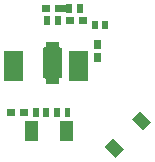
<source format=gbr>
G04 #@! TF.GenerationSoftware,KiCad,Pcbnew,(5.0.1)-4*
G04 #@! TF.CreationDate,2018-12-27T15:39:12-05:00*
G04 #@! TF.ProjectId,XHP70_LED_driver,58485037305F4C45445F647269766572,rev?*
G04 #@! TF.SameCoordinates,Original*
G04 #@! TF.FileFunction,Soldermask,Bot*
G04 #@! TF.FilePolarity,Negative*
%FSLAX46Y46*%
G04 Gerber Fmt 4.6, Leading zero omitted, Abs format (unit mm)*
G04 Created by KiCad (PCBNEW (5.0.1)-4) date 12/27/2018 3:39:12 PM*
%MOMM*%
%LPD*%
G01*
G04 APERTURE LIST*
%ADD10C,0.100000*%
G04 APERTURE END LIST*
D10*
G36*
X105814588Y-64306066D02*
X105106066Y-65014588D01*
X104185412Y-64093934D01*
X104893934Y-63385412D01*
X105814588Y-64306066D01*
X105814588Y-64306066D01*
G37*
G36*
X101551000Y-63651000D02*
X100449000Y-63651000D01*
X100449000Y-61949000D01*
X101551000Y-61949000D01*
X101551000Y-63651000D01*
X101551000Y-63651000D01*
G37*
G36*
X98551000Y-63651000D02*
X97449000Y-63651000D01*
X97449000Y-61949000D01*
X98551000Y-61949000D01*
X98551000Y-63651000D01*
X98551000Y-63651000D01*
G37*
G36*
X108148040Y-61972614D02*
X107439518Y-62681136D01*
X106518864Y-61760482D01*
X107227386Y-61051960D01*
X108148040Y-61972614D01*
X108148040Y-61972614D01*
G37*
G36*
X98601000Y-61551000D02*
X98099000Y-61551000D01*
X98099000Y-60849000D01*
X98601000Y-60849000D01*
X98601000Y-61551000D01*
X98601000Y-61551000D01*
G37*
G36*
X100401000Y-61551000D02*
X99899000Y-61551000D01*
X99899000Y-60849000D01*
X100401000Y-60849000D01*
X100401000Y-61551000D01*
X100401000Y-61551000D01*
G37*
G36*
X101301000Y-61551000D02*
X100799000Y-61551000D01*
X100799000Y-60849000D01*
X101301000Y-60849000D01*
X101301000Y-61551000D01*
X101301000Y-61551000D01*
G37*
G36*
X99501000Y-61551000D02*
X98999000Y-61551000D01*
X98999000Y-60849000D01*
X99501000Y-60849000D01*
X99501000Y-61551000D01*
X99501000Y-61551000D01*
G37*
G36*
X96601000Y-61501000D02*
X95899000Y-61501000D01*
X95899000Y-60899000D01*
X96601000Y-60899000D01*
X96601000Y-61501000D01*
X96601000Y-61501000D01*
G37*
G36*
X97701000Y-61501000D02*
X96999000Y-61501000D01*
X96999000Y-60899000D01*
X97701000Y-60899000D01*
X97701000Y-61501000D01*
X97701000Y-61501000D01*
G37*
G36*
X100301000Y-55574000D02*
X100303402Y-55598386D01*
X100310515Y-55621835D01*
X100322066Y-55643446D01*
X100337612Y-55662388D01*
X100356554Y-55677934D01*
X100378165Y-55689485D01*
X100401614Y-55696598D01*
X100426000Y-55699000D01*
X100551000Y-55699000D01*
X100551000Y-58301000D01*
X100426000Y-58301000D01*
X100401614Y-58303402D01*
X100378165Y-58310515D01*
X100356554Y-58322066D01*
X100337612Y-58337612D01*
X100322066Y-58356554D01*
X100310515Y-58378165D01*
X100303402Y-58401614D01*
X100301000Y-58426000D01*
X100301000Y-58801000D01*
X99199000Y-58801000D01*
X99199000Y-58426000D01*
X99196598Y-58401614D01*
X99189485Y-58378165D01*
X99177934Y-58356554D01*
X99162388Y-58337612D01*
X99143446Y-58322066D01*
X99121835Y-58310515D01*
X99098386Y-58303402D01*
X99074000Y-58301000D01*
X98949000Y-58301000D01*
X98949000Y-55699000D01*
X99074000Y-55699000D01*
X99098386Y-55696598D01*
X99121835Y-55689485D01*
X99143446Y-55677934D01*
X99162388Y-55662388D01*
X99177934Y-55643446D01*
X99189485Y-55621835D01*
X99196598Y-55598386D01*
X99199000Y-55574000D01*
X99199000Y-55199000D01*
X100301000Y-55199000D01*
X100301000Y-55574000D01*
X100301000Y-55574000D01*
G37*
G36*
X102801000Y-58501000D02*
X101199000Y-58501000D01*
X101199000Y-55999000D01*
X102801000Y-55999000D01*
X102801000Y-58501000D01*
X102801000Y-58501000D01*
G37*
G36*
X97301000Y-58501000D02*
X95699000Y-58501000D01*
X95699000Y-55999000D01*
X97301000Y-55999000D01*
X97301000Y-58501000D01*
X97301000Y-58501000D01*
G37*
G36*
X103901000Y-56901000D02*
X103299000Y-56901000D01*
X103299000Y-56199000D01*
X103901000Y-56199000D01*
X103901000Y-56901000D01*
X103901000Y-56901000D01*
G37*
G36*
X103901000Y-55801000D02*
X103299000Y-55801000D01*
X103299000Y-55099000D01*
X103901000Y-55099000D01*
X103901000Y-55801000D01*
X103901000Y-55801000D01*
G37*
G36*
X104501000Y-54151000D02*
X103999000Y-54151000D01*
X103999000Y-53449000D01*
X104501000Y-53449000D01*
X104501000Y-54151000D01*
X104501000Y-54151000D01*
G37*
G36*
X103601000Y-54151000D02*
X103099000Y-54151000D01*
X103099000Y-53449000D01*
X103601000Y-53449000D01*
X103601000Y-54151000D01*
X103601000Y-54151000D01*
G37*
G36*
X100501000Y-53751000D02*
X99999000Y-53751000D01*
X99999000Y-53049000D01*
X100501000Y-53049000D01*
X100501000Y-53751000D01*
X100501000Y-53751000D01*
G37*
G36*
X99601000Y-53751000D02*
X99099000Y-53751000D01*
X99099000Y-53049000D01*
X99601000Y-53049000D01*
X99601000Y-53751000D01*
X99601000Y-53751000D01*
G37*
G36*
X101601000Y-53701000D02*
X100899000Y-53701000D01*
X100899000Y-53099000D01*
X101601000Y-53099000D01*
X101601000Y-53701000D01*
X101601000Y-53701000D01*
G37*
G36*
X102701000Y-53701000D02*
X101999000Y-53701000D01*
X101999000Y-53099000D01*
X102701000Y-53099000D01*
X102701000Y-53701000D01*
X102701000Y-53701000D01*
G37*
G36*
X102351000Y-52751000D02*
X101849000Y-52751000D01*
X101849000Y-52049000D01*
X102351000Y-52049000D01*
X102351000Y-52751000D01*
X102351000Y-52751000D01*
G37*
G36*
X101451000Y-52751000D02*
X100923376Y-52751000D01*
X100912388Y-52737612D01*
X100893446Y-52722066D01*
X100871835Y-52710515D01*
X100848386Y-52703402D01*
X100824000Y-52701000D01*
X99999000Y-52701000D01*
X99999000Y-52099000D01*
X100824000Y-52099000D01*
X100848386Y-52096598D01*
X100871835Y-52089485D01*
X100893446Y-52077934D01*
X100912388Y-52062388D01*
X100923376Y-52049000D01*
X101451000Y-52049000D01*
X101451000Y-52751000D01*
X101451000Y-52751000D01*
G37*
G36*
X99601000Y-52701000D02*
X98899000Y-52701000D01*
X98899000Y-52099000D01*
X99601000Y-52099000D01*
X99601000Y-52701000D01*
X99601000Y-52701000D01*
G37*
M02*

</source>
